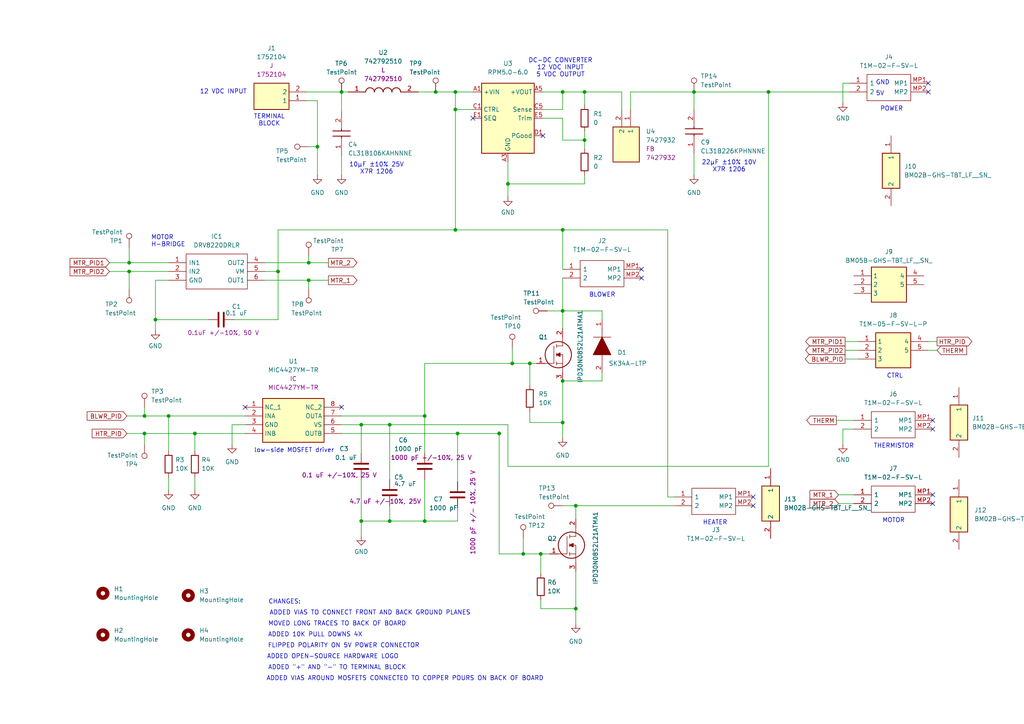
<source format=kicad_sch>
(kicad_sch (version 20231120) (generator "eeschema") (generator_version "8.0")
  (paper "A4")
  (junction (at 163.195 122.555))
  (junction (at 156.845 160.655))
  (junction (at 148.59 105.41))
  (junction (at 99.06 26.67))
  (junction (at 163.195 26.67))
  (junction (at 45.085 92.71))
  (junction (at 48.895 120.65))
  (junction (at 163.195 66.675))
  (junction (at 132.08 31.75))
  (junction (at 169.545 40.64))
  (junction (at 153.67 105.41))
  (junction (at 89.535 81.28))
  (junction (at 163.195 90.17))
  (junction (at 123.19 120.65))
  (junction (at 163.195 110.49))
  (junction (at 201.295 26.67))
  (junction (at 80.645 78.74))
  (junction (at 167.005 176.53))
  (junction (at 104.775 123.19))
  (junction (at 89.535 76.2))
  (junction (at 92.075 42.545))
  (junction (at 222.885 26.67))
  (junction (at 56.515 125.73))
  (junction (at 123.19 151.13))
  (junction (at 104.775 151.13))
  (junction (at 41.91 125.73))
  (junction (at 132.08 66.675))
  (junction (at 144.78 125.73))
  (junction (at 147.32 53.34))
  (junction (at 37.465 78.74))
  (junction (at 37.465 76.2))
  (junction (at 132.08 26.67))
  (junction (at 132.715 125.73))
  (junction (at 113.03 123.19))
  (junction (at 41.91 120.65))
  (junction (at 169.545 26.67))
  (junction (at 113.03 151.13))
  (junction (at 167.005 146.685))
  (junction (at 151.765 160.655))
  (junction (at 126.365 26.67))
  (no_connect (at 71.12 118.11))
  (no_connect (at 99.06 118.11))
  (no_connect (at 270.51 124.46))
  (no_connect (at 270.51 121.92))
  (no_connect (at 137.16 34.29))
  (no_connect (at 157.48 39.37))
  (no_connect (at 269.24 24.13))
  (no_connect (at 269.24 26.67))
  (no_connect (at 270.51 143.51))
  (no_connect (at 270.51 146.05))
  (no_connect (at 186.055 78.105))
  (no_connect (at 186.055 80.645))
  (no_connect (at 218.44 144.145))
  (no_connect (at 218.44 146.685))
  (wire (pts (xy 126.365 26.67) (xy 132.08 26.67)))
  (wire (pts (xy 245.11 99.06) (xy 248.92 99.06)))
  (wire (pts (xy 147.32 123.19) (xy 147.32 135.255)))
  (wire (pts (xy 56.515 125.73) (xy 71.12 125.73)))
  (wire (pts (xy 193.675 144.145) (xy 195.58 144.145)))
  (wire (pts (xy 80.645 92.71) (xy 67.945 92.71)))
  (wire (pts (xy 80.645 66.675) (xy 80.645 78.74)))
  (wire (pts (xy 148.59 100.965) (xy 148.59 105.41)))
  (wire (pts (xy 132.715 125.73) (xy 144.78 125.73)))
  (wire (pts (xy 147.32 53.34) (xy 147.32 57.15)))
  (wire (pts (xy 269.24 99.06) (xy 271.78 99.06)))
  (wire (pts (xy 113.03 151.13) (xy 123.19 151.13)))
  (wire (pts (xy 92.075 42.545) (xy 92.075 50.8)))
  (wire (pts (xy 48.895 120.65) (xy 48.895 130.81)))
  (wire (pts (xy 151.765 156.21) (xy 151.765 160.655)))
  (wire (pts (xy 123.19 105.41) (xy 123.19 120.65)))
  (wire (pts (xy 123.19 139.065) (xy 123.19 151.13)))
  (wire (pts (xy 99.06 125.73) (xy 132.715 125.73)))
  (wire (pts (xy 201.295 26.67) (xy 201.295 31.75)))
  (wire (pts (xy 36.83 120.65) (xy 41.91 120.65)))
  (wire (pts (xy 37.465 78.74) (xy 48.895 78.74)))
  (wire (pts (xy 132.08 26.67) (xy 137.16 26.67)))
  (wire (pts (xy 153.67 105.41) (xy 155.575 105.41)))
  (wire (pts (xy 37.465 71.755) (xy 37.465 76.2)))
  (wire (pts (xy 99.06 120.65) (xy 123.19 120.65)))
  (wire (pts (xy 148.59 105.41) (xy 153.67 105.41)))
  (wire (pts (xy 41.91 120.65) (xy 48.895 120.65)))
  (wire (pts (xy 89.535 42.545) (xy 92.075 42.545)))
  (wire (pts (xy 246.38 24.13) (xy 244.475 24.13)))
  (wire (pts (xy 153.67 122.555) (xy 163.195 122.555)))
  (wire (pts (xy 169.545 50.8) (xy 169.545 53.34)))
  (wire (pts (xy 41.91 125.73) (xy 56.515 125.73)))
  (wire (pts (xy 182.88 26.67) (xy 182.88 31.75)))
  (wire (pts (xy 113.03 123.19) (xy 147.32 123.19)))
  (wire (pts (xy 244.475 128.905) (xy 244.475 124.46)))
  (wire (pts (xy 88.9 26.67) (xy 99.06 26.67)))
  (wire (pts (xy 104.775 151.13) (xy 113.03 151.13)))
  (wire (pts (xy 45.085 81.28) (xy 48.895 81.28)))
  (wire (pts (xy 41.91 118.11) (xy 41.91 120.65)))
  (wire (pts (xy 132.715 125.73) (xy 132.715 139.7)))
  (wire (pts (xy 132.08 31.75) (xy 132.08 26.67)))
  (wire (pts (xy 180.34 26.67) (xy 180.34 31.75)))
  (wire (pts (xy 31.75 78.74) (xy 37.465 78.74)))
  (wire (pts (xy 99.06 45.085) (xy 99.06 50.8)))
  (wire (pts (xy 174.625 107.95) (xy 174.625 110.49)))
  (wire (pts (xy 163.195 26.67) (xy 169.545 26.67)))
  (wire (pts (xy 269.24 101.6) (xy 271.78 101.6)))
  (wire (pts (xy 169.545 40.64) (xy 169.545 43.18)))
  (wire (pts (xy 132.715 147.32) (xy 132.715 151.13)))
  (wire (pts (xy 144.78 125.73) (xy 144.78 160.655)))
  (wire (pts (xy 151.765 160.655) (xy 156.845 160.655)))
  (wire (pts (xy 123.19 105.41) (xy 148.59 105.41)))
  (wire (pts (xy 163.195 34.29) (xy 163.195 40.64)))
  (wire (pts (xy 157.48 34.29) (xy 163.195 34.29)))
  (wire (pts (xy 92.075 29.21) (xy 92.075 42.545)))
  (wire (pts (xy 144.78 125.095) (xy 144.78 125.73)))
  (wire (pts (xy 31.75 76.2) (xy 37.465 76.2)))
  (wire (pts (xy 37.465 76.2) (xy 48.895 76.2)))
  (wire (pts (xy 163.195 95.25) (xy 163.195 90.17)))
  (wire (pts (xy 104.775 139.065) (xy 104.775 151.13)))
  (wire (pts (xy 242.57 121.92) (xy 247.65 121.92)))
  (wire (pts (xy 99.06 123.19) (xy 104.775 123.19)))
  (wire (pts (xy 169.545 26.67) (xy 180.34 26.67)))
  (wire (pts (xy 48.895 138.43) (xy 48.895 142.24)))
  (wire (pts (xy 67.31 123.19) (xy 67.31 128.905)))
  (wire (pts (xy 243.205 143.51) (xy 247.65 143.51)))
  (wire (pts (xy 243.205 146.05) (xy 247.65 146.05)))
  (wire (pts (xy 169.545 38.1) (xy 169.545 40.64)))
  (wire (pts (xy 76.835 78.74) (xy 80.645 78.74)))
  (wire (pts (xy 163.195 122.555) (xy 163.195 127)))
  (wire (pts (xy 201.295 26.67) (xy 222.885 26.67)))
  (wire (pts (xy 156.845 160.655) (xy 159.385 160.655)))
  (wire (pts (xy 104.775 151.13) (xy 104.775 155.575)))
  (wire (pts (xy 147.32 135.255) (xy 222.885 135.255)))
  (wire (pts (xy 89.535 76.2) (xy 95.25 76.2)))
  (wire (pts (xy 167.005 176.53) (xy 167.005 180.975)))
  (wire (pts (xy 37.465 78.74) (xy 37.465 83.82)))
  (wire (pts (xy 56.515 138.43) (xy 56.515 142.24)))
  (wire (pts (xy 156.845 160.655) (xy 156.845 166.37)))
  (wire (pts (xy 153.67 119.38) (xy 153.67 122.555)))
  (wire (pts (xy 158.75 90.17) (xy 163.195 90.17)))
  (wire (pts (xy 71.12 123.19) (xy 67.31 123.19)))
  (wire (pts (xy 163.195 80.645) (xy 163.195 90.17)))
  (wire (pts (xy 153.67 105.41) (xy 153.67 111.76)))
  (wire (pts (xy 137.16 31.75) (xy 132.08 31.75)))
  (wire (pts (xy 163.195 110.49) (xy 174.625 110.49)))
  (wire (pts (xy 167.005 146.685) (xy 195.58 146.685)))
  (wire (pts (xy 163.195 110.49) (xy 163.195 122.555)))
  (wire (pts (xy 156.845 176.53) (xy 167.005 176.53)))
  (wire (pts (xy 104.775 123.19) (xy 104.775 131.445)))
  (wire (pts (xy 89.535 81.28) (xy 95.25 81.28)))
  (wire (pts (xy 245.11 101.6) (xy 248.92 101.6)))
  (wire (pts (xy 157.48 31.75) (xy 163.195 31.75)))
  (wire (pts (xy 123.19 120.65) (xy 123.19 131.445)))
  (wire (pts (xy 169.545 26.67) (xy 169.545 30.48)))
  (wire (pts (xy 144.78 160.655) (xy 151.765 160.655)))
  (wire (pts (xy 193.675 66.675) (xy 193.675 144.145)))
  (wire (pts (xy 156.845 173.99) (xy 156.845 176.53)))
  (wire (pts (xy 167.005 165.735) (xy 167.005 176.53)))
  (wire (pts (xy 201.295 44.45) (xy 201.295 50.8)))
  (wire (pts (xy 244.475 24.13) (xy 244.475 29.845)))
  (wire (pts (xy 88.9 29.21) (xy 92.075 29.21)))
  (wire (pts (xy 182.88 26.67) (xy 201.295 26.67)))
  (wire (pts (xy 121.285 26.67) (xy 126.365 26.67)))
  (wire (pts (xy 56.515 125.73) (xy 56.515 130.81)))
  (wire (pts (xy 157.48 26.67) (xy 163.195 26.67)))
  (wire (pts (xy 245.11 104.14) (xy 248.92 104.14)))
  (wire (pts (xy 163.195 146.685) (xy 167.005 146.685)))
  (wire (pts (xy 222.885 26.67) (xy 222.885 135.255)))
  (wire (pts (xy 76.835 81.28) (xy 89.535 81.28)))
  (wire (pts (xy 99.06 26.67) (xy 100.965 26.67)))
  (wire (pts (xy 163.195 90.17) (xy 174.625 90.17)))
  (wire (pts (xy 99.06 26.67) (xy 99.06 32.385)))
  (wire (pts (xy 60.325 92.71) (xy 45.085 92.71)))
  (wire (pts (xy 76.835 76.2) (xy 89.535 76.2)))
  (wire (pts (xy 89.535 74.295) (xy 89.535 76.2)))
  (wire (pts (xy 89.535 81.28) (xy 89.535 83.82)))
  (wire (pts (xy 132.08 66.675) (xy 163.195 66.675)))
  (wire (pts (xy 80.645 78.74) (xy 80.645 92.71)))
  (wire (pts (xy 132.08 31.75) (xy 132.08 66.675)))
  (wire (pts (xy 113.03 146.685) (xy 113.03 151.13)))
  (wire (pts (xy 123.19 151.13) (xy 132.715 151.13)))
  (wire (pts (xy 36.83 125.73) (xy 41.91 125.73)))
  (wire (pts (xy 45.085 92.71) (xy 45.085 81.28)))
  (wire (pts (xy 163.195 31.75) (xy 163.195 26.67)))
  (wire (pts (xy 163.195 40.64) (xy 169.545 40.64)))
  (wire (pts (xy 147.32 46.99) (xy 147.32 53.34)))
  (wire (pts (xy 132.08 66.675) (xy 80.645 66.675)))
  (wire (pts (xy 113.03 123.19) (xy 113.03 139.065)))
  (wire (pts (xy 174.625 90.17) (xy 174.625 92.71)))
  (wire (pts (xy 163.195 66.675) (xy 193.675 66.675)))
  (wire (pts (xy 41.91 125.73) (xy 41.91 128.905)))
  (wire (pts (xy 163.195 66.675) (xy 163.195 78.105)))
  (wire (pts (xy 147.32 53.34) (xy 169.545 53.34)))
  (wire (pts (xy 167.005 146.685) (xy 167.005 150.495)))
  (wire (pts (xy 48.895 120.65) (xy 71.12 120.65)))
  (wire (pts (xy 244.475 124.46) (xy 247.65 124.46)))
  (wire (pts (xy 222.885 26.67) (xy 246.38 26.67)))
  (wire (pts (xy 104.775 123.19) (xy 113.03 123.19)))
  (wire (pts (xy 45.085 92.71) (xy 45.085 95.885)))
  (text "BLOWER" (at 170.815 86.36 0) (effects (font (size 1.27 1.27)) (justify left bottom)))
  (text "MOTOR" (at 255.905 151.765 0) (effects (font (size 1.27 1.27)) (justify left bottom)))
  (text "10µF ±10% 25V\nX7R 1206" (at 109.22 48.895 0) (effects (font (size 1.27 1.27))))
  (text "ADDED 10K PULL DOWNS 4X" (at 91.44 184.15 0) (effects (font (size 1.27 1.27))))
  (text "CTRL" (at 257.175 109.855 0) (effects (font (size 1.27 1.27)) (justify left bottom)))
  (text "FLIPPED POLARITY ON 5V POWER CONNECTOR" (at 99.695 187.325 0) (effects (font (size 1.27 1.27))))
  (text "5V" (at 254 27.94 0) (effects (font (size 1.27 1.27)) (justify left bottom)))
  (text "MOTOR\nH-BRIDGE" (at 43.815 71.755 0) (effects (font (size 1.27 1.27)) (justify left bottom)))
  (text "HEATER" (at 203.835 152.4 0) (effects (font (size 1.27 1.27)) (justify left bottom)))
  (text "ADDED VIAS TO CONNECT FRONT AND BACK GROUND PLANES" (at 107.315 177.8 0) (effects (font (size 1.27 1.27))))
  (text "22µF ±10% 10V\nX7R 1206" (at 211.455 48.26 0) (effects (font (size 1.27 1.27))))
  (text "12 VDC INPUT" (at 64.77 26.67 0) (effects (font (size 1.27 1.27))))
  (text "TERMINAL\nBLOCK" (at 78.105 34.925 0) (effects (font (size 1.27 1.27))))
  (text "ADDED \"+\" AND \"-\" TO TERMINAL BLOCK" (at 97.79 193.675 0) (effects (font (size 1.27 1.27))))
  (text "POWER" (at 255.27 32.385 0) (effects (font (size 1.27 1.27)) (justify left bottom)))
  (text "low-side MOSFET driver" (at 73.66 131.445 0) (effects (font (size 1.27 1.27)) (justify left bottom)))
  (text "THERMISTOR" (at 253.365 130.175 0) (effects (font (size 1.27 1.27)) (justify left bottom)))
  (text "CHANGES:" (at 82.55 174.625 0) (effects (font (size 1.27 1.27))))
  (text "GND" (at 254 24.765 0) (effects (font (size 1.27 1.27)) (justify left bottom)))
  (text "MOVED LONG TRACES TO BACK OF BOARD" (at 97.79 180.975 0) (effects (font (size 1.27 1.27))))
  (text "ADDED VIAS AROUND MOSFETS CONNECTED TO COPPER POURS ON BACK OF BOARD" (at 117.475 196.85 0) (effects (font (size 1.27 1.27))))
  (text "ADDED OPEN-SOURCE HARDWARE LOGO" (at 96.52 190.5 0) (effects (font (size 1.27 1.27))))
  (text "DC-DC CONVERTER\n12 VDC INPUT\n5 VDC OUTPUT" (at 162.56 19.685 0) (effects (font (size 1.27 1.27))))
  (global_label "MTR_2" (shape output) (at 95.25 76.2 0) (property "Intersheetrefs" "${INTERSHEET_REFS}" (effects (hide yes))))
  (global_label "THERM" (shape input) (at 271.78 101.6 0) (property "Intersheetrefs" "${INTERSHEET_REFS}" (effects (hide yes))))
  (global_label "MTR_PID1" (shape input) (at 31.75 76.2 180) (property "Intersheetrefs" "${INTERSHEET_REFS}" (effects (hide yes))))
  (global_label "BLWR_PID" (shape input) (at 36.83 120.65 180) (property "Intersheetrefs" "${INTERSHEET_REFS}" (effects (hide yes))))
  (global_label "MTR_1" (shape input) (at 243.205 143.51 180) (property "Intersheetrefs" "${INTERSHEET_REFS}" (effects (hide yes))))
  (global_label "HTR_PID" (shape output) (at 271.78 99.06 0) (property "Intersheetrefs" "${INTERSHEET_REFS}" (effects (hide yes))))
  (global_label "MTR_PID2" (shape input) (at 31.75 78.74 180) (property "Intersheetrefs" "${INTERSHEET_REFS}" (effects (hide yes))))
  (global_label "BLWR_PID" (shape output) (at 245.11 104.14 180) (property "Intersheetrefs" "${INTERSHEET_REFS}" (effects (hide yes))))
  (global_label "MTR_PID2" (shape output) (at 245.11 101.6 180) (property "Intersheetrefs" "${INTERSHEET_REFS}" (effects (hide yes))))
  (global_label "MTR_1" (shape output) (at 95.25 81.28 0) (property "Intersheetrefs" "${INTERSHEET_REFS}" (effects (hide yes))))
  (global_label "MTR_2" (shape input) (at 243.205 146.05 180) (property "Intersheetrefs" "${INTERSHEET_REFS}" (effects (hide yes))))
  (global_label "MTR_PID1" (shape output) (at 245.11 99.06 180) (property "Intersheetrefs" "${INTERSHEET_REFS}" (effects (hide yes))))
  (global_label "HTR_PID" (shape input) (at 36.83 125.73 180) (property "Intersheetrefs" "${INTERSHEET_REFS}" (effects (hide yes))))
  (global_label "THERM" (shape output) (at 242.57 121.92 180) (property "Intersheetrefs" "${INTERSHEET_REFS}" (effects (hide yes))))
  (symbol (lib_id "SK34A-LTP:SK34A-LTP") (at 174.625 92.71 270) (unit 1)
    (property "Reference" "D1" (at 179.07 102.235 90) (effects (justify left)))
    (property "Value" "SK34A-LTP" (at 176.53 105.41 90) (effects (justify left)))
    (property "Footprint" "SK34A-LTP:SK34ALTP" (effects (hide yes)))
    (property "Datasheet" "https://www.mccsemi.com/pdf/Products/SK32A-L-SK310A-L(DO-214AC).pdf" (effects (hide yes)))
    (property "Description" "Schottky Diodes & Rectifiers DIODE SCHOTTKY 40V 3A DO214AC" (effects (hide yes)))
    (property "Height" "2.44" (effects (hide yes)))
    (property "Manufacturer_Name" "MCC" (effects (hide yes)))
    (property "Manufacturer_Part_Number" "SK34A-LTP" (effects (hide yes)))
    (property "Mouser Part Number" "833-SK34A-LTP" (effects (hide yes)))
    (property "Mouser Price/Stock" "https://www.mouser.co.uk/ProductDetail/Micro-Commercial-Components-MCC/SK34A-LTP?qs=JeAkOuORR2VPwzg48d%252BVAA%3D%3D" (effects (hide yes)))
    (property "Arrow Part Number" "SK34A-LTP" (effects (hide yes)))
    (property "Arrow Price/Stock" "https://www.arrow.com/en/products/sk34a-ltp/micro-commercial-components?region=asia" (effects (hide yes)))
  )
  (symbol (lib_id "DRV8220DRLR:DRV8220DRLR") (at 48.895 76.2 0) (unit 1)
    (property "Reference" "IC1" (at 62.865 68.58 0))
    (property "Value" "DRV8220DRLR" (at 62.865 71.12 0))
    (property "Footprint" "DRV8220DRLR:SOTFL50P160X60-6N" (effects (hide yes)))
    (property "Datasheet" "https://www.ti.com/lit/ds/symlink/drv8220.pdf?ts=1631525955787&ref_url=https%253A%252F%252Fwww.google.com%252F" (effects (hide yes)))
    (property "Description" "DRV8220 18-V H-Bridge Motor Driver with PWM, PH/EN, and Half-Bridge Control Interfaces and Low-Power Sleep Mode" (effects (hide yes)))
    (property "Height" "0.6" (effects (hide yes)))
    (property "Manufacturer_Name" "Texas Instruments" (effects (hide yes)))
    (property "Manufacturer_Part_Number" "DRV8220DRLR" (effects (hide yes)))
    (property "Mouser Part Number" "595-DRV8220DRLR" (effects (hide yes)))
    (property "Mouser Price/Stock" "https://www.mouser.co.uk/ProductDetail/Texas-Instruments/DRV8220DRLR?qs=A6eO%252BMLsxmTbgRMs5Sh%2FhA%3D%3D" (effects (hide yes)))
  )
  (symbol (lib_id "power:GND") (at 92.075 50.8 0) (unit 1)
    (property "Reference" "#PWR03" (effects (hide yes)))
    (property "Value" "GND" (at 92.075 55.88 0))
  )
  (symbol (lib_id "Device:C") (at 113.03 142.875 0) (unit 1)
    (property "Reference" "C5" (at 114.3 138.43 0) (effects (justify left)))
    (property "Value" "4.7 uF" (at 114.3 140.335 0) (effects (justify left)))
    (property "Footprint" "Capacitor_SMD:C_0805_2012Metric" (effects (hide yes)))
    (property "Reference_1" "4.7 uF +/-10%, 25V" (at 111.76 145.415 0))
  )
  (symbol (lib_id "IPD30N08S2L21ATMA1:IPD30N08S2L21ATMA1") (at 159.385 160.655 0) (unit 1)
    (property "Reference" "Q2" (at 158.75 156.21 0) (effects (justify left)))
    (property "Value" "IPD30N08S2L21ATMA1" (at 172.72 169.545 90) (effects (justify left)))
    (property "Footprint" "IPD30N08S2L21ATMA1:IPD30N08S2L21ATMA1" (effects (hide yes)))
    (property "Datasheet" "https://www.infineon.com/dgdl/Infineon-IPD30N08S2L_21-DS-v01_00-en.pdf?fileId=db3a304412b407950112b426f6a33b23" (effects (hide yes)))
    (property "Description" "75V, N-Ch, 20.5 m max, Automotive MOSFET, DPAK, OptiMOS" (effects (hide yes)))
    (property "Height" "2.5" (effects (hide yes)))
    (property "Manufacturer_Name" "Infineon" (effects (hide yes)))
    (property "Manufacturer_Part_Number" "IPD30N08S2L21ATMA1" (effects (hide yes)))
    (property "Mouser Part Number" "726-IPD30N08S2L21ATM" (effects (hide yes)))
    (property "Mouser Price/Stock" "https://www.mouser.co.uk/ProductDetail/Infineon-Technologies/IPD30N08S2L21ATMA1?qs=OwbwYO03UsLjtivgYvUgnQ%3D%3D" (effects (hide yes)))
    (property "Arrow Part Number" "IPD30N08S2L21ATMA1" (effects (hide yes)))
    (property "Arrow Price/Stock" "https://www.arrow.com/en/products/ipd30n08s2l21atma1/infineon-technologies-ag" (effects (hide yes)))
  )
  (symbol (lib_id "Connector:TestPoint") (at 148.59 100.965 0) (unit 1)
    (property "Reference" "TP10" (at 151.13 94.615 0) (effects (justify right)))
    (property "Value" "TestPoint" (at 151.13 92.075 0) (effects (justify right)))
    (property "Footprint" "TestPoint:TestPoint_Pad_D1.0mm" (effects (hide yes)))
  )
  (symbol (lib_name "GND_2") (lib_id "power:GND") (at 48.895 142.24 0) (unit 1)
    (property "Reference" "#PWR07" (effects (hide yes)))
    (property "Value" "GND" (at 48.895 147.32 0))
    (property "Description" "Power symbol creates a global label with name \"GND\" , ground" (effects (hide yes)))
  )
  (symbol (lib_id "power:GND") (at 163.195 127 0) (unit 1)
    (property "Reference" "#PWR08" (effects (hide yes)))
    (property "Value" "GND" (at 163.195 132.08 0))
  )
  (symbol (lib_id "power:GND") (at 244.475 29.845 0) (unit 1)
    (property "Reference" "#PWR011" (effects (hide yes)))
    (property "Value" "GND" (at 244.475 34.29 0))
  )
  (symbol (lib_id "B2B_ZR:B2B-ZR") (at 300.355 48.895 0) (unit 1)
    (property "Reference" "J5" (at 314.96 48.8949 0) (effects (font (size 1.524 1.524)) (justify left)))
    (property "Value" "B2B-ZR" (at 314.96 51.4349 0) (effects (font (size 1.524 1.524)) (justify left)))
    (property "Footprint" "B2B_ZR:B2B_ZR" (effects (hide yes)))
    (property "Datasheet" "B2B-ZR" (effects (hide yes)))
  )
  (symbol (lib_id "1752104:1752104") (at 88.9 29.21 180) (unit 1)
    (property "Reference" "J1" (at 78.74 13.97 0))
    (property "Value" "1752104" (at 78.74 16.51 0))
    (property "Footprint" "1752104:SHDR2W90P0X350_1X2_760X1000X1255P" (effects (hide yes)))
    (property "Datasheet" "https://product-download.phoenixcontact.com/7874951?response-content-disposition=inline;%20filename%3D%221752104_02_en_01.pdf%22&Expires=1743046016&Signature=EwpNRT2cfCgaaJxDmjxRYbSRrp1wegOoavcPp7At0m7ZK2NOJf96phzWHHHvHSjsb5wUbFF1fYTGNfk3Bu9KWV8XvPoDGZuxyephPXh7USL~35FgJWmmtxJEBarKANZhrXVCUCd909RSU1VRVABH3kpD7kZmcl231FTqAV0DeBv3-6ujfUYZZ3zFkdayBjLmw4RE5DXXTRp3rXLUBw~PN0ABLqYhB0fsPA-j2yH6DS82n148MyqGw9g0gsbr7Qt-5XpGMxNnbr~bnaXFlY0MGaahIoxeLZC2bjAkd4V3leV0jNHuL2EUxWuY25hJpMO3ADAO8Yn7CN6BVjb-pQWcqQ__&Key-Pair-Id=K1I2N54A7B0GD" (effects (hide yes)))
    (property "Reference_1" "J" (at 78.74 19.05 0))
    (property "Value_1" "1752104" (at 78.74 21.59 0))
    (property "Footprint_1" "SHDR2W90P0X350_1X2_760X1000X1255P" (effects (hide yes)))
    (property "Datasheet_1" "https://datasheet.datasheetarchive.com/originals/distributors/Datasheets_SAMA/eeae7e9f9b3a235c7d873ddf4da930cb.pdf" (effects (hide yes)))
    (property "Height" "12.55" (effects (hide yes)))
    (property "Manufacturer_Name" "Phoenix Contact" (effects (hide yes)))
    (property "Manufacturer_Part_Number" "1752104" (effects (hide yes)))
    (property "Mouser Part Number" "651-1752104" (effects (hide yes)))
    (property "Mouser Price/Stock" "https://www.mouser.co.uk/ProductDetail/Phoenix-Contact/1752104?qs=Fz3yxlUjJZHh45xXQlykhw%3D%3D" (effects (hide yes)))
    (property "Arrow Part Number" "1752104" (effects (hide yes)))
    (property "Arrow Price/Stock" "https://www.arrow.com/en/products/1752104/phoenix-contact?region=nac" (effects (hide yes)))
  )
  (symbol (lib_id "7427932:7427932") (at 182.88 31.75 270) (unit 1)
    (property "Reference" "U4" (at 187.325 38.0999 90) (effects (justify left)))
    (property "Value" "7427932" (at 187.325 40.6399 90) (effects (justify left)))
    (property "Footprint" "7427932:7427932" (effects (hide yes)))
    (property "Datasheet" "https://www.we-online.com/components/products/datasheet/7427932.pdf" (effects (hide yes)))
    (property "Reference_1" "FB" (at 187.325 43.1799 90) (effects (justify left)))
    (property "Value_1" "7427932" (at 187.325 45.7199 90) (effects (justify left)))
    (property "Footprint_1" "7427932" (effects (hide yes)))
    (property "Datasheet_1" "https://componentsearchengine.com/Datasheets/2/7427932.pdf" (effects (hide yes)))
    (property "Height" "3.15" (effects (hide yes)))
    (property "Manufacturer_Name" "Wurth Elektronik" (effects (hide yes)))
    (property "Manufacturer_Part_Number" "7427932" (effects (hide yes)))
    (property "Mouser Part Number" "710-7427932" (effects (hide yes)))
    (property "Mouser Price/Stock" "https://www.mouser.co.uk/ProductDetail/Wurth-Elektronik/7427932?qs=E%2F%2FhvbtCqpMraVkI3KrIPA%3D%3D" (effects (hide yes)))
  )
  (symbol (lib_id "power:GND") (at 45.085 95.885 0) (unit 1)
    (property "Reference" "#PWR01" (effects (hide yes)))
    (property "Value" "GND" (at 45.085 100.33 0))
  )
  (symbol (lib_id "T1M-02-F-SV-L:T1M-02-F-SV-L") (at 195.58 144.145 0) (unit 1)
    (property "Reference" "J3" (at 207.645 153.67 0))
    (property "Value" "T1M-02-F-SV-L" (at 207.645 156.21 0))
    (property "Footprint" "T1M-02-F-SV-L:T1M02FSVL" (effects (hide yes)))
    (property "Datasheet" "http://suddendocs.samtec.com/prints/t1m-xx-x-sv-l-x-mkt.pdf" (effects (hide yes)))
    (property "Description" "2 Position, Discrete Wire Terminal Strip, 1.00 mm Pitch, Single-Row Vertical" (effects (hide yes)))
    (property "Manufacturer_Name" "SAMTEC" (effects (hide yes)))
    (property "Manufacturer_Part_Number" "T1M-02-F-SV-L" (effects (hide yes)))
    (property "Mouser Part Number" "200-T1M02FSVL" (effects (hide yes)))
    (property "Mouser Price/Stock" "https://www.mouser.co.uk/ProductDetail/Samtec/T1M-02-F-SV-L?qs=PB6%2FjmICvI1sADoWEyGXsA%3D%3D" (effects (hide yes)))
    (property "Arrow Part Number" "T1M-02-F-SV-L" (effects (hide yes)))
    (property "Arrow Price/Stock" "https://www.arrow.com/en/products/t1m-02-f-sv-l/samtec?region=europe" (effects (hide yes)))
  )
  (symbol (lib_id "power:GND") (at 244.475 128.905 0) (unit 1)
    (property "Reference" "#PWR012" (effects (hide yes)))
    (property "Value" "GND" (at 244.475 133.35 0))
  )
  (symbol (lib_id "BM02B-GHS-TBT_LF__SN_:BM02B-GHS-TBT_LF__SN_") (at 223.52 135.89 270) (unit 1)
    (property "Reference" "J13" (at 227.33 144.7799 90) (effects (justify left)))
    (property "Value" "BM02B-GHS-TBT_LF__SN_" (at 227.33 147.3199 90) (effects (justify left)))
    (property "Footprint" "BM02B-GHS-TBT_LF__SN_:BM02B-GHS-TBT_1" (effects (hide yes)))
    (property "Datasheet" "http://uk.rs-online.com/web/p/products/7521762" (effects (hide yes)))
    (property "Description" "GH 1.25mm header top entry 2 way JST GH Series, 1.25mm Pitch 2 Way Shrouded Straight PCB Header, Surface Mount, Solder Termination" (effects (hide yes)))
    (property "Manufacturer_Name" "JST (JAPAN SOLDERLESS TERMINALS)" (effects (hide yes)))
    (property "Manufacturer_Part_Number" "BM02B-GHS-TBT(LF)(SN)" (effects (hide yes)))
    (property "Mouser Part Number" "306-BM02BGHSTBTLFSNN" (effects (hide yes)))
    (property "Mouser Price/Stock" "https://www.mouser.co.uk/ProductDetail/JST-Commercial/BM02B-GHS-TBTLFSN?qs=cdbOS8ANM9BvfZxSeyCAhA%3D%3D" (effects (hide yes)))
  )
  (symbol (lib_id "Mechanical:MountingHole") (at 29.845 184.15 0) (unit 1)
    (property "Reference" "H2" (at 33.02 182.8799 0) (effects (justify left)))
    (property "Value" "MountingHole" (at 33.02 185.4199 0) (effects (justify left)))
    (property "Footprint" "MountingHole:MountingHole_2.7mm" (effects (hide yes)))
  )
  (symbol (lib_id "Connector:TestPoint") (at 151.765 156.21 0) (unit 1)
    (property "Reference" "TP12" (at 158.115 152.4 0) (effects (justify right)))
    (property "Value" "TestPoint" (at 158.115 149.86 0) (effects (justify right)))
    (property "Footprint" "TestPoint:TestPoint_Pad_D1.0mm" (effects (hide yes)))
  )
  (symbol (lib_id "BM02B-GHS-TBT_LF__SN_:BM02B-GHS-TBT_LF__SN_") (at 278.13 112.395 270) (unit 1)
    (property "Reference" "J11" (at 281.94 121.2849 90) (effects (justify left)))
    (property "Value" "BM02B-GHS-TBT_LF__SN_" (at 281.94 123.8249 90) (effects (justify left)))
    (property "Footprint" "BM02B-GHS-TBT_LF__SN_:BM02B-GHS-TBT_1" (effects (hide yes)))
    (property "Datasheet" "http://uk.rs-online.com/web/p/products/7521762" (effects (hide yes)))
    (property "Description" "GH 1.25mm header top entry 2 way JST GH Series, 1.25mm Pitch 2 Way Shrouded Straight PCB Header, Surface Mount, Solder Termination" (effects (hide yes)))
    (property "Manufacturer_Name" "JST (JAPAN SOLDERLESS TERMINALS)" (effects (hide yes)))
    (property "Manufacturer_Part_Number" "BM02B-GHS-TBT(LF)(SN)" (effects (hide yes)))
    (property "Mouser Part Number" "306-BM02BGHSTBTLFSNN" (effects (hide yes)))
    (property "Mouser Price/Stock" "https://www.mouser.co.uk/ProductDetail/JST-Commercial/BM02B-GHS-TBTLFSN?qs=cdbOS8ANM9BvfZxSeyCAhA%3D%3D" (effects (hide yes)))
  )
  (symbol (lib_id "CL31B106KAHNNNE:CL31B106KAHNNNE") (at 99.06 45.085 90) (unit 1)
    (property "Reference" "C4" (at 100.965 41.91 90) (effects (justify right)))
    (property "Value" "CL31B106KAHNNNE" (at 100.965 44.45 90) (effects (justify right)))
    (property "Footprint" "GRM31C5C1E104JA01L:CAPC3216X180N" (effects (hide yes)))
    (property "Datasheet" "https://datasheet.datasheetarchive.com/originals/distributors/Datasheets_SAMA/d94547340e0e9d2be5f415b64e4e2f0a.pdf" (effects (hide yes)))
    (property "Description" "Samsung Electro-Mechanics CL31B106KAHNNNE 10uF Multilayer Ceramic Capacitor MLCC 25V dc +/-10% Tolerance SMD" (effects (hide yes)))
    (property "Height" "1.8" (effects (hide yes)))
    (property "Manufacturer_Name" "SAMSUNG" (effects (hide yes)))
    (property "Manufacturer_Part_Number" "CL31B106KAHNNNE" (effects (hide yes)))
    (property "Mouser Part Number" "187-CL31B106KAHNNNE" (effects (hide yes)))
    (property "Mouser Price/Stock" "https://www.mouser.co.uk/ProductDetail/Samsung-Electro-Mechanics/CL31B106KAHNNNE?qs=349EhDEZ59r5EZhnLOTsYA%3D%3D" (effects (hide yes)))
    (property "Arrow Part Number" "CL31B106KAHNNNE" (effects (hide yes)))
    (property "Arrow Price/Stock" "https://www.arrow.com/en/products/cl31b106kahnnne/samsung-electro-mechanics?utm_currency=USD&region=europe" (effects (hide yes)))
  )
  (symbol (lib_id "power:GND") (at 99.06 50.8 0) (unit 1)
    (property "Reference" "#PWR04" (effects (hide yes)))
    (property "Value" "GND" (at 99.06 55.88 0))
  )
  (symbol (lib_id "742792510:742792510") (at 100.965 26.67 0) (unit 1)
    (property "Reference" "U2" (at 111.125 15.24 0))
    (property "Value" "742792510" (at 111.125 17.78 0))
    (property "Footprint" "742792510:18122" (effects (hide yes)))
    (property "Datasheet" "https://4donline.ihs.com/images/VipMasterIC/IC/MIDC/MIDC-S-A0013715343/MIDC-S-A0013795848-1.pdf?hkey=EF798316E3902B6ED9A73243A3159BB0" (effects (hide yes)))
    (property "Reference_1" "L" (at 111.125 20.32 0))
    (property "Value_1" "742792510" (at 111.125 22.86 0))
    (property "Footprint_1" "18122" (effects (hide yes)))
    (property "Manufacturer_Name" "Wurth Elektronik" (effects (hide yes)))
    (property "Manufacturer_Part_Number" "742792510" (effects (hide yes)))
    (property "Mouser Part Number" "710-742792510" (effects (hide yes)))
    (property "Mouser Price/Stock" "https://www.mouser.co.uk/ProductDetail/Wurth-Elektronik/742792510?qs=5twSNpOB8IABB9Afmrmq3A%3D%3D" (effects (hide yes)))
  )
  (symbol (lib_id "MIC4427YM-TR:MIC4427YM-TR") (at 71.12 118.11 0) (unit 1)
    (property "Reference" "U1" (at 85.09 104.775 0))
    (property "Value" "MIC4427YM-TR" (at 85.09 107.315 0))
    (property "Footprint" "MIC4427YM-TR:SOIC127P599X173-8N" (effects (hide yes)))
    (property "Datasheet" "https://4donline.ihs.com/images/VipMasterIC/IC/MCHP/MCHP-S-A0008387485/MCHP-S-A0008387485-1.pdf?hkey=61A2E4C270F0397D049F8F05BD4F1054" (effects (hide yes)))
    (property "Reference_1" "IC" (at 85.09 109.855 0))
    (property "Value_1" "MIC4427YM-TR" (at 85.09 112.395 0))
    (property "Footprint_1" "SOIC127P599X173-8N" (effects (hide yes)))
    (property "Datasheet_1" "http://www.microchip.com/mymicrochip/filehandler.aspx?ddocname=en579187" (effects (hide yes)))
    (property "Height" "1.73" (effects (hide yes)))
    (property "Manufacturer_Name" "Microchip" (effects (hide yes)))
    (property "Manufacturer_Part_Number" "MIC4427YM-TR" (effects (hide yes)))
    (property "Mouser Part Number" "998-MIC4427YMTR" (effects (hide yes)))
    (property "Mouser Price/Stock" "https://www.mouser.co.uk/ProductDetail/Microchip-Technology/MIC4427YM-TR?qs=U6T8BxXiZAULm0GXl3dTfQ%3D%3D" (effects (hide yes)))
    (property "Arrow Part Number" "MIC4427YM-TR" (effects (hide yes)))
    (property "Arrow Price/Stock" "https://www.arrow.com/en/products/mic4427ym-tr/microchip-technology?region=nac" (effects (hide yes)))
  )
  (symbol (lib_id "Device:R") (at 156.845 170.18 0) (unit 1)
    (property "Reference" "R6" (at 158.75 168.9099 0) (effects (justify left)))
    (property "Value" "10K" (at 158.75 171.4499 0) (effects (justify left)))
    (property "Footprint" "Resistor_SMD:R_0805_2012Metric" (effects (hide yes)))
    (property "Description" "Resistor" (effects (hide yes)))
  )
  (symbol (lib_id "Mechanical:MountingHole") (at 54.61 184.15 0) (unit 1)
    (property "Reference" "H4" (at 57.785 182.8799 0) (effects (justify left)))
    (property "Value" "MountingHole" (at 57.785 185.4199 0) (effects (justify left)))
    (property "Footprint" "MountingHole:MountingHole_2.7mm" (effects (hide yes)))
  )
  (symbol (lib_id "T1M-05-F-SV-L-P:T1M-05-F-SV-L-P") (at 248.92 99.06 0) (unit 1)
    (property "Reference" "J8" (at 259.08 91.44 0))
    (property "Value" "T1M-05-F-SV-L-P" (at 259.08 93.98 0))
    (property "Footprint" "T1M-05-F-SV-L-P:T1M-05-X-SV-L-Y" (effects (hide yes)))
    (property "Datasheet" "http://suddendocs.samtec.com/prints/t1m-xx-x-sv-l-x-mkt.pdf" (effects (hide yes)))
    (property "Description" "5 Position, Discrete Wire Terminal Strip, 1.00 mm Pitch, Single-Row Vertical" (effects (hide yes)))
    (property "Manufacturer_Name" "SAMTEC" (effects (hide yes)))
    (property "Manufacturer_Part_Number" "T1M-05-F-SV-L-P" (effects (hide yes)))
    (property "Mouser Part Number" "200-T1M05FSVLP" (effects (hide yes)))
    (property "Mouser Price/Stock" "https://www.mouser.com/Search/Refine.aspx?Keyword=200-T1M05FSVLP" (effects (hide yes)))
    (property "Arrow Part Number" "T1M-05-F-SV-L-P" (effects (hide yes)))
    (property "Arrow Price/Stock" "https://www.arrow.com/en/products/t1m-05-f-sv-l-p/samtec" (effects (hide yes)))
  )
  (symbol (lib_id "power:GND") (at 167.005 180.975 0) (unit 1)
    (property "Reference" "#PWR09" (effects (hide yes)))
    (property "Value" "GND" (at 167.005 186.055 0))
  )
  (symbol (lib_id "Connector:TestPoint") (at 163.195 146.685 90) (unit 1)
    (property "Reference" "TP13" (at 156.21 141.605 90) (effects (justify right)))
    (property "Value" "TestPoint" (at 156.21 144.145 90) (effects (justify right)))
    (property "Footprint" "TestPoint:TestPoint_Pad_D1.0mm" (effects (hide yes)))
  )
  (symbol (lib_id "Connector:TestPoint") (at 158.75 90.17 90) (unit 1)
    (property "Reference" "TP11" (at 151.765 85.09 90) (effects (justify right)))
    (property "Value" "TestPoint" (at 151.765 87.63 90) (effects (justify right)))
    (property "Footprint" "TestPoint:TestPoint_Pad_D1.0mm" (effects (hide yes)))
  )
  (symbol (lib_id "Connector:TestPoint") (at 37.465 71.755 0) (unit 1)
    (property "Reference" "TP1" (at 35.56 69.85 0) (effects (justify right)))
    (property "Value" "TestPoint" (at 35.56 67.31 0) (effects (justify right)))
    (property "Footprint" "TestPoint:TestPoint_Pad_D1.0mm" (effects (hide yes)))
  )
  (symbol (lib_id "Connector:TestPoint") (at 41.91 128.905 180) (unit 1)
    (property "Reference" "TP4" (at 40.005 134.62 0) (effects (justify left)))
    (property "Value" "TestPoint" (at 40.005 132.08 0) (effects (justify left)))
    (property "Footprint" "TestPoint:TestPoint_Pad_D1.0mm" (effects (hide yes)))
  )
  (symbol (lib_id "Device:R") (at 169.545 46.99 0) (unit 1)
    (property "Reference" "R2" (at 172.085 45.7199 0) (effects (justify left)))
    (property "Value" "0" (at 172.085 48.2599 0) (effects (justify left)))
    (property "Footprint" "Resistor_SMD:R_1206_3216Metric" (effects (hide yes)))
    (property "Description" "Resistor" (effects (hide yes)))
  )
  (symbol (lib_id "Connector:TestPoint") (at 89.535 74.295 0) (unit 1)
    (property "Reference" "TP7" (at 99.695 72.39 0) (effects (justify right)))
    (property "Value" "TestPoint" (at 99.695 69.85 0) (effects (justify right)))
    (property "Footprint" "TestPoint:TestPoint_Pad_D1.0mm" (effects (hide yes)))
  )
  (symbol (lib_id "IPD30N08S2L21ATMA1:IPD30N08S2L21ATMA1") (at 155.575 105.41 0) (unit 1)
    (property "Reference" "Q1" (at 156.21 97.79 0) (effects (justify left)))
    (property "Value" "IPD30N08S2L21ATMA1" (at 168.275 111.125 90) (effects (justify left)))
    (property "Footprint" "IPD30N08S2L21ATMA1:IPD30N08S2L21ATMA1" (effects (hide yes)))
    (property "Datasheet" "https://www.infineon.com/dgdl/Infineon-IPD30N08S2L_21-DS-v01_00-en.pdf?fileId=db3a304412b407950112b426f6a33b23" (effects (hide yes)))
    (property "Description" "75V, N-Ch, 20.5 m max, Automotive MOSFET, DPAK, OptiMOS" (effects (hide yes)))
    (property "Height" "2.5" (effects (hide yes)))
    (property "Manufacturer_Name" "Infineon" (effects (hide yes)))
    (property "Manufacturer_Part_Number" "IPD30N08S2L21ATMA1" (effects (hide yes)))
    (property "Mouser Part Number" "726-IPD30N08S2L21ATM" (effects (hide yes)))
    (property "Mouser Price/Stock" "https://www.mouser.co.uk/ProductDetail/Infineon-Technologies/IPD30N08S2L21ATMA1?qs=OwbwYO03UsLjtivgYvUgnQ%3D%3D" (effects (hide yes)))
    (property "Arrow Part Number" "IPD30N08S2L21ATMA1" (effects (hide yes)))
    (property "Arrow Price/Stock" "https://www.arrow.com/en/products/ipd30n08s2l21atma1/infineon-technologies-ag" (effects (hide yes)))
  )
  (symbol (lib_id "T1M-02-F-SV-L:T1M-02-F-SV-L") (at 247.65 121.92 0) (unit 1)
    (property "Reference" "J6" (at 259.08 114.3 0))
    (property "Value" "T1M-02-F-SV-L" (at 259.08 116.84 0))
    (property "Footprint" "T1M-02-F-SV-L:T1M02FSVL" (effects (hide yes)))
    (property "Datasheet" "http://suddendocs.samtec.com/prints/t1m-xx-x-sv-l-x-mkt.pdf" (effects (hide yes)))
    (property "Description" "2 Position, Discrete Wire Terminal Strip, 1.00 mm Pitch, Single-Row Vertical" (effects (hide yes)))
    (property "Manufacturer_Name" "SAMTEC" (effects (hide yes)))
    (property "Manufacturer_Part_Number" "T1M-02-F-SV-L" (effects (hide yes)))
    (property "Mouser Part Number" "200-T1M02FSVL" (effects (hide yes)))
    (property "Mouser Price/Stock" "https://www.mouser.co.uk/ProductDetail/Samtec/T1M-02-F-SV-L?qs=PB6%2FjmICvI1sADoWEyGXsA%3D%3D" (effects (hide yes)))
    (property "Arrow Part Number" "T1M-02-F-SV-L" (effects (hide yes)))
    (property "Arrow Price/Stock" "https://www.arrow.com/en/products/t1m-02-f-sv-l/samtec?region=europe" (effects (hide yes)))
  )
  (symbol (lib_id "Connector:TestPoint") (at 126.365 26.67 0) (unit 1)
    (property "Reference" "TP9" (at 118.745 18.415 0) (effects (justify left)))
    (property "Value" "TestPoint" (at 118.745 20.955 0) (effects (justify left)))
    (property "Footprint" "TestPoint:TestPoint_Pad_D1.0mm" (effects (hide yes)))
  )
  (symbol (lib_id "T1M-02-F-SV-L:T1M-02-F-SV-L") (at 246.38 24.13 0) (unit 1)
    (property "Reference" "J4" (at 257.81 16.51 0))
    (property "Value" "T1M-02-F-SV-L" (at 257.81 19.05 0))
    (property "Footprint" "T1M-02-F-SV-L:T1M02FSVL" (effects (hide yes)))
    (property "Datasheet" "http://suddendocs.samtec.com/prints/t1m-xx-x-sv-l-x-mkt.pdf" (effects (hide yes)))
    (property "Description" "2 Position, Discrete Wire Terminal Strip, 1.00 mm Pitch, Single-Row Vertical" (effects (hide yes)))
    (property "Manufacturer_Name" "SAMTEC" (effects (hide yes)))
    (property "Manufacturer_Part_Number" "T1M-02-F-SV-L" (effects (hide yes)))
    (property "Mouser Part Number" "200-T1M02FSVL" (effects (hide yes)))
    (property "Mouser Price/Stock" "https://www.mouser.co.uk/ProductDetail/Samtec/T1M-02-F-SV-L?qs=PB6%2FjmICvI1sADoWEyGXsA%3D%3D" (effects (hide yes)))
    (property "Arrow Part Number" "T1M-02-F-SV-L" (effects (hide yes)))
    (property "Arrow Price/Stock" "https://www.arrow.com/en/products/t1m-02-f-sv-l/samtec?region=europe" (effects (hide yes)))
  )
  (symbol (lib_id "Connector:TestPoint") (at 89.535 42.545 90) (unit 1)
    (property "Reference" "TP5" (at 80.01 43.815 90) (effects (justify right)))
    (property "Value" "TestPoint" (at 80.01 46.355 90) (effects (justify right)))
    (property "Footprint" "TestPoint:TestPoint_Pad_D1.0mm" (effects (hide yes)))
  )
  (symbol (lib_id "power:GND") (at 104.775 155.575 0) (unit 1)
    (property "Reference" "#PWR05" (effects (hide yes)))
    (property "Value" "GND" (at 104.775 160.02 0))
  )
  (symbol (lib_id "Device:R") (at 169.545 34.29 0) (unit 1)
    (property "Reference" "R1" (at 172.085 33.0199 0) (effects (justify left)))
    (property "Value" "0" (at 172.085 35.5599 0) (effects (justify left)))
    (property "Footprint" "Resistor_SMD:R_1206_3216Metric" (effects (hide yes)))
    (property "Description" "Resistor" (effects (hide yes)))
  )
  (symbol (lib_id "Device:C") (at 123.19 135.255 0) (unit 1)
    (property "Reference" "C6" (at 115.57 127.635 0) (effects (justify left)))
    (property "Value" "1000 pF" (at 114.3 130.175 0) (effects (justify left)))
    (property "Footprint" "Capacitor_SMD:C_0805_2012Metric" (effects (hide yes)))
    (property "Reference_1" "1000 pF +/-10%, 25 V" (at 125.095 132.715 0))
  )
  (symbol (lib_id "Device:R") (at 48.895 134.62 0) (unit 1)
    (property "Reference" "R3" (at 50.8 133.3499 0) (effects (justify left)))
    (property "Value" "10K" (at 50.8 135.8899 0) (effects (justify left)))
    (property "Footprint" "Resistor_SMD:R_0805_2012Metric" (effects (hide yes)))
    (property "Description" "Resistor" (effects (hide yes)))
  )
  (symbol (lib_id "T1M-02-F-SV-L:T1M-02-F-SV-L") (at 163.195 78.105 0) (unit 1)
    (property "Reference" "J2" (at 174.625 69.85 0))
    (property "Value" "T1M-02-F-SV-L" (at 174.625 72.39 0))
    (property "Footprint" "T1M-02-F-SV-L:T1M02FSVL" (effects (hide yes)))
    (property "Datasheet" "http://suddendocs.samtec.com/prints/t1m-xx-x-sv-l-x-mkt.pdf" (effects (hide yes)))
    (property "Description" "2 Position, Discrete Wire Terminal Strip, 1.00 mm Pitch, Single-Row Vertical" (effects (hide yes)))
    (property "Manufacturer_Name" "SAMTEC" (effects (hide yes)))
    (property "Manufacturer_Part_Number" "T1M-02-F-SV-L" (effects (hide yes)))
    (property "Mouser Part Number" "200-T1M02FSVL" (effects (hide yes)))
    (property "Mouser Price/Stock" "https://www.mouser.co.uk/ProductDetail/Samtec/T1M-02-F-SV-L?qs=PB6%2FjmICvI1sADoWEyGXsA%3D%3D" (effects (hide yes)))
    (property "Arrow Part Number" "T1M-02-F-SV-L" (effects (hide yes)))
    (property "Arrow Price/Stock" "https://www.arrow.com/en/products/t1m-02-f-sv-l/samtec?region=europe" (effects (hide yes)))
  )
  (symbol (lib_name "GND_3") (lib_id "power:GND") (at 56.515 142.24 0) (unit 1)
    (property "Reference" "#PWR013" (effects (hide yes)))
    (property "Value" "GND" (at 56.515 147.32 0))
    (property "Description" "Power symbol creates a global label with name \"GND\" , ground" (effects (hide yes)))
  )
  (symbol (lib_id "Mechanical:MountingHole") (at 54.61 172.72 0) (unit 1)
    (property "Reference" "H3" (at 57.785 171.4499 0) (effects (justify left)))
    (property "Value" "MountingHole" (at 57.785 173.9899 0) (effects (justify left)))
    (property "Footprint" "MountingHole:MountingHole_2.7mm" (effects (hide yes)))
  )
  (symbol (lib_id "Connector:TestPoint") (at 37.465 83.82 180) (unit 1)
    (property "Reference" "TP2" (at 30.48 88.265 0) (effects (justify right)))
    (property "Value" "TestPoint" (at 30.48 90.805 0) (effects (justify right)))
    (property "Footprint" "TestPoint:TestPoint_Pad_D1.0mm" (effects (hide yes)))
  )
  (symbol (lib_id "T1M-02-F-SV-L:T1M-02-F-SV-L") (at 247.65 143.51 0) (unit 1)
    (property "Reference" "J7" (at 259.08 135.89 0))
    (property "Value" "T1M-02-F-SV-L" (at 259.08 138.43 0))
    (property "Footprint" "T1M-02-F-SV-L:T1M02FSVL" (effects (hide yes)))
    (property "Datasheet" "http://suddendocs.samtec.com/prints/t1m-xx-x-sv-l-x-mkt.pdf" (effects (hide yes)))
    (property "Description" "2 Position, Discrete Wire Terminal Strip, 1.00 mm Pitch, Single-Row Vertical" (effects (hide yes)))
    (property "Manufacturer_Name" "SAMTEC" (effects (hide yes)))
    (property "Manufacturer_Part_Number" "T1M-02-F-SV-L" (effects (hide yes)))
    (property "Mouser Part Number" "200-T1M02FSVL" (effects (hide yes)))
    (property "Mouser Price/Stock" "https://www.mouser.co.uk/ProductDetail/Samtec/T1M-02-F-SV-L?qs=PB6%2FjmICvI1sADoWEyGXsA%3D%3D" (effects (hide yes)))
    (property "Arrow Part Number" "T1M-02-F-SV-L" (effects (hide yes)))
    (property "Arrow Price/Stock" "https://www.arrow.com/en/products/t1m-02-f-sv-l/samtec?region=europe" (effects (hide yes)))
  )
  (symbol (lib_id "Mechanical:MountingHole") (at 29.845 172.085 0) (unit 1)
    (property "Reference" "H1" (at 33.02 170.8149 0) (effects (justify left)))
    (property "Value" "MountingHole" (at 33.02 173.3549 0) (effects (justify left)))
    (property "Footprint" "MountingHole:MountingHole_2.7mm" (effects (hide yes)))
  )
  (symbol (lib_id "Device:R") (at 153.67 115.57 0) (unit 1)
    (property "Reference" "R5" (at 156.21 114.2999 0) (effects (justify left)))
    (property "Value" "10K" (at 156.21 116.8399 0) (effects (justify left)))
    (property "Footprint" "Resistor_SMD:R_0805_2012Metric" (effects (hide yes)))
    (property "Description" "Resistor" (effects (hide yes)))
  )
  (symbol (lib_id "Device:C") (at 64.135 92.71 90) (unit 1)
    (property "Reference" "C1" (at 68.58 88.9 90))
    (property "Value" "0.1 uF" (at 68.58 90.805 90))
    (property "Footprint" "Capacitor_SMD:C_0805_2012Metric" (effects (hide yes)))
    (property "Reference_1" "0.1uF +/-10%, 50 V" (at 64.77 96.52 90))
  )
  (symbol (lib_id "Connector:TestPoint") (at 41.91 118.11 0) (unit 1)
    (property "Reference" "TP3" (at 43.815 113.5379 0) (effects (justify left)))
    (property "Value" "TestPoint" (at 43.815 116.0779 0) (effects (justify left)))
    (property "Footprint" "TestPoint:TestPoint_Pad_D1.0mm" (effects (hide yes)))
  )
  (symbol (lib_id "power:GND") (at 67.31 128.905 0) (unit 1)
    (property "Reference" "#PWR02" (effects (hide yes)))
    (property "Value" "GND" (at 67.31 133.985 0))
  )
  (symbol (lib_name "GND_1") (lib_id "power:GND") (at 147.32 57.15 0) (unit 1)
    (property "Reference" "#PWR06" (effects (hide yes)))
    (property "Value" "GND" (at 147.32 61.595 0))
    (property "Description" "Power symbol creates a global label with name \"GND\" , ground" (effects (hide yes)))
  )
  (symbol (lib_id "power:GND") (at 201.295 50.8 0) (unit 1)
    (property "Reference" "#PWR010" (effects (hide yes)))
    (property "Value" "GND" (at 201.295 55.88 0))
  )
  (symbol (lib_id "BM05B-GHS-TBT_LF__SN_:BM05B-GHS-TBT_LF__SN_") (at 247.65 80.01 0) (unit 1)
    (property "Reference" "J9" (at 257.81 73.025 0))
    (property "Value" "BM05B-GHS-TBT_LF__SN_" (at 257.81 75.565 0))
    (property "Footprint" "BM05B-GHS-TBT_LF__SN_:BM05B-GHS-TBT" (effects (hide yes)))
    (property "Datasheet" "https://th.mouser.com/datasheet/2/564/JST_BM05B_GHS_TBT_LF_SN_N_eGH-3483785.pdf" (effects (hide yes)))
    (property "Description" "GH 1.25mm header top entry 5 way JST GH Series, 1.25mm Pitch 5 Way Shrouded Straight PCB Header, Surface Mount, Solder Termination" (effects (hide yes)))
    (property "Manufacturer_Name" "JST (JAPAN SOLDERLESS TERMINALS)" (effects (hide yes)))
    (property "Manufacturer_Part_Number" "BM05B-GHS-TBT(LF)(SN)" (effects (hide yes)))
    (property "Mouser Part Number" "306-BM05BGHSTBTLFSNN" (effects (hide yes)))
    (property "Mouser Price/Stock" "https://www.mouser.co.uk/ProductDetail/JST-Commercial/BM05B-GHS-TBTLFSN?qs=cdbOS8ANM9B3tGFuHaxqMA%3D%3D" (effects (hide yes)))
  )
  (symbol (lib_id "Device:R") (at 56.515 134.62 0) (unit 1)
    (property "Reference" "R4" (at 58.42 133.3499 0) (effects (justify left)))
    (property "Value" "10K" (at 58.42 135.8899 0) (effects (justify left)))
    (property "Footprint" "Resistor_SMD:R_0805_2012Metric" (effects (hide yes)))
    (property "Description" "Resistor" (effects (hide yes)))
  )
  (symbol (lib_id "Connector:TestPoint") (at 201.295 26.67 0) (unit 1)
    (property "Reference" "TP14" (at 203.2 22.0979 0) (effects (justify left)))
    (property "Value" "TestPoint" (at 203.2 24.6379 0) (effects (justify left)))
    (property "Footprint" "TestPoint:TestPoint_Pad_D1.0mm" (effects (hide yes)))
  )
  (symbol (lib_id "BM02B-GHS-TBT_LF__SN_:BM02B-GHS-TBT_LF__SN_") (at 258.445 39.37 270) (unit 1)
    (property "Reference" "J10" (at 262.255 48.2599 90) (effects (justify left)))
    (property "Value" "BM02B-GHS-TBT_LF__SN_" (at 262.255 50.7999 90) (effects (justify left)))
    (property "Footprint" "BM02B-GHS-TBT_LF__SN_:BM02B-GHS-TBT_1" (effects (hide yes)))
    (property "Datasheet" "http://uk.rs-online.com/web/p/products/7521762" (effects (hide yes)))
    (property "Description" "GH 1.25mm header top entry 2 way JST GH Series, 1.25mm Pitch 2 Way Shrouded Straight PCB Header, Surface Mount, Solder Termination" (effects (hide yes)))
    (property "Manufacturer_Name" "JST (JAPAN SOLDERLESS TERMINALS)" (effects (hide yes)))
    (property "Manufacturer_Part_Number" "BM02B-GHS-TBT(LF)(SN)" (effects (hide yes)))
    (property "Mouser Part Number" "306-BM02BGHSTBTLFSNN" (effects (hide yes)))
    (property "Mouser Price/Stock" "https://www.mouser.co.uk/ProductDetail/JST-Commercial/BM02B-GHS-TBTLFSN?qs=cdbOS8ANM9BvfZxSeyCAhA%3D%3D" (effects (hide yes)))
  )
  (symbol (lib_id "BM02B-GHS-TBT_LF__SN_:BM02B-GHS-TBT_LF__SN_") (at 278.13 139.065 270) (unit 1)
    (property "Reference" "J12" (at 282.575 147.9549 90) (effects (justify left)))
    (property "Value" "BM02B-GHS-TBT_LF__SN_" (at 282.575 150.4949 90) (effects (justify left)))
    (property "Footprint" "BM02B-GHS-TBT_LF__SN_:BM02B-GHS-TBT_1" (effects (hide yes)))
    (property "Datasheet" "http://uk.rs-online.com/web/p/products/7521762" (effects (hide yes)))
    (property "Description" "GH 1.25mm header top entry 2 way JST GH Series, 1.25mm Pitch 2 Way Shrouded Straight PCB Header, Surface Mount, Solder Termination" (effects (hide yes)))
    (property "Manufacturer_Name" "JST (JAPAN SOLDERLESS TERMINALS)" (effects (hide yes)))
    (property "Manufacturer_Part_Number" "BM02B-GHS-TBT(LF)(SN)" (effects (hide yes)))
    (property "Mouser Part Number" "306-BM02BGHSTBTLFSNN" (effects (hide yes)))
    (property "Mouser Price/Stock" "https://www.mouser.co.uk/ProductDetail/JST-Commercial/BM02B-GHS-TBTLFSN?qs=cdbOS8ANM9BvfZxSeyCAhA%3D%3D" (effects (hide yes)))
  )
  (symbol (lib_id "Device:C") (at 132.715 143.51 0) (unit 1)
    (property "Reference" "C7" (at 125.73 144.78 0) (effects (justify left)))
    (property "Value" "1000 pF" (at 124.46 147.32 0) (effects (justify left)))
    (property "Footprint" "Capacitor_SMD:C_0805_2012Metric" (effects (hide yes)))
    (property "Reference_1" "1000 pF +/- 10%, 25 V" (at 137.16 148.59 90))
  )
  (symbol (lib_id "Connector:TestPoint") (at 89.535 83.82 180) (unit 1)
    (property "Reference" "TP8" (at 84.455 88.265 0) (effects (justify right)))
    (property "Value" "TestPoint" (at 84.455 90.805 0) (effects (justify right)))
    (property "Footprint" "TestPoint:TestPoint_Pad_D1.0mm" (effects (hide yes)))
  )
  (symbol (lib_id "Converter_DCDC:RPM5.0-6.0") (at 147.32 34.29 0) (unit 1)
    (property "Reference" "U3" (at 147.32 18.415 0))
    (property "Value" "RPM5.0-6.0" (at 147.32 20.955 0))
    (property "Footprint" "Converter_DCDC:Converter_DCDC_RECOM_RPMx.x-x.0" (effects (hide yes)))
    (property "Datasheet" "https://www.recom-power.com/pdf/Innoline/RPM-6.0.pdf" (effects (hide yes)))
  )
  (symbol (lib_id "Connector:TestPoint") (at 99.06 26.67 0) (unit 1)
    (property "Reference" "TP6" (at 97.155 18.415 0) (effects (justify left)))
    (property "Value" "TestPoint" (at 94.615 20.955 0) (effects (justify left)))
    (property "Footprint" "TestPoint:TestPoint_Pad_D1.0mm" (effects (hide yes)))
  )
  (symbol (lib_id "CL31B226KPHNNNE:CL31B226KPHNNNE") (at 201.295 44.45 90) (unit 1)
    (property "Reference" "C9" (at 203.2 41.275 90) (effects (justify right)))
    (property "Value" "CL31B226KPHNNNE" (at 203.2 43.815 90) (effects (justify right)))
    (property "Footprint" "GRM31C5C1E104JA01L:CAPC3216X180N" (effects (hide yes)))
    (property "Datasheet" "https://media.digikey.com/pdf/Data%20Sheets/Samsung%20PDFs/CL_Series_MLCC_ds.pdf" (effects (hide yes)))
    (property "Description" "22F +/-10% 10V Ceramic Capacitor X7R 1206 (3216 Metric)" (effects (hide yes)))
    (property "Height" "1.8" (effects (hide yes)))
    (property "Manufacturer_Name" "SAMSUNG" (effects (hide yes)))
    (property "Manufacturer_Part_Number" "CL31B226KPHNNNE" (effects (hide yes)))
    (property "Mouser Part Number" "187-CL31B226KPHNNNE" (effects (hide yes)))
    (property "Mouser Price/Stock" "https://www.mouser.co.uk/ProductDetail/Samsung-Electro-Mechanics/CL31B226KPHNNNE?qs=EHbfJsBkB6nWZLDFWYPW4w%3D%3D" (effects (hide yes)))
    (property "Arrow Part Number" "CL31B226KPHNNNE" (effects (hide yes)))
    (property "Arrow Price/Stock" "https://www.arrow.com/en/products/cl31b226kphnnne/samsung-electro-mechanics?region=nac" (effects (hide yes)))
  )
  (symbol (lib_id "Device:C") (at 104.775 135.255 0) (unit 1)
    (property "Reference" "C3" (at 98.425 130.175 0) (effects (justify left)))
    (property "Value" "0.1 uF" (at 97.155 132.715 0) (effects (justify left)))
    (property "Footprint" "Capacitor_SMD:C_0805_2012Metric" (effects (hide yes)))
    (property "Reference_1" "0.1 uF +/-10%, 25 V" (at 98.425 137.795 0))
  )
)
</source>
